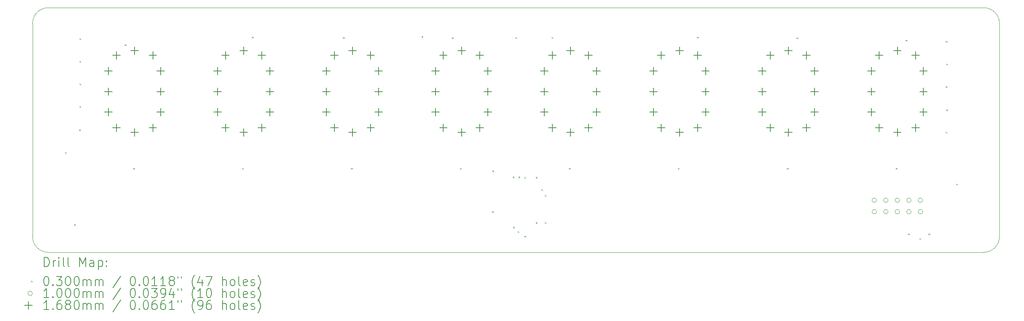
<source format=gbr>
%TF.GenerationSoftware,KiCad,Pcbnew,8.0.3*%
%TF.CreationDate,2024-06-09T23:29:46+12:00*%
%TF.ProjectId,nixie_board,6e697869-655f-4626-9f61-72642e6b6963,0.1.0*%
%TF.SameCoordinates,Original*%
%TF.FileFunction,Drillmap*%
%TF.FilePolarity,Positive*%
%FSLAX45Y45*%
G04 Gerber Fmt 4.5, Leading zero omitted, Abs format (unit mm)*
G04 Created by KiCad (PCBNEW 8.0.3) date 2024-06-09 23:29:46*
%MOMM*%
%LPD*%
G01*
G04 APERTURE LIST*
%ADD10C,0.050000*%
%ADD11C,0.200000*%
%ADD12C,0.100000*%
%ADD13C,0.168000*%
G04 APERTURE END LIST*
D10*
X4650000Y-6500000D02*
X4650000Y-11200000D01*
X25600000Y-6150000D02*
X5000000Y-6150000D01*
X5000000Y-11550000D02*
G75*
G02*
X4650000Y-11200000I0J350000D01*
G01*
X25950000Y-11200000D02*
G75*
G02*
X25600000Y-11550000I-350000J0D01*
G01*
X25600000Y-6150000D02*
G75*
G02*
X25950000Y-6500000I0J-350000D01*
G01*
X25600000Y-11550000D02*
X5000000Y-11550000D01*
X25950000Y-11200000D02*
X25950000Y-6500000D01*
X4650000Y-6500000D02*
G75*
G02*
X5000000Y-6150000I350000J0D01*
G01*
D11*
D12*
X5365000Y-9335000D02*
X5395000Y-9365000D01*
X5395000Y-9335000D02*
X5365000Y-9365000D01*
X5565000Y-10925000D02*
X5595000Y-10955000D01*
X5595000Y-10925000D02*
X5565000Y-10955000D01*
X5675000Y-8835000D02*
X5705000Y-8865000D01*
X5705000Y-8835000D02*
X5675000Y-8865000D01*
X5685000Y-6825000D02*
X5715000Y-6855000D01*
X5715000Y-6825000D02*
X5685000Y-6855000D01*
X5685000Y-7325000D02*
X5715000Y-7355000D01*
X5715000Y-7325000D02*
X5685000Y-7355000D01*
X5685000Y-7825000D02*
X5715000Y-7855000D01*
X5715000Y-7825000D02*
X5685000Y-7855000D01*
X5685000Y-8325000D02*
X5715000Y-8355000D01*
X5715000Y-8325000D02*
X5685000Y-8355000D01*
X6677000Y-6962000D02*
X6707000Y-6992000D01*
X6707000Y-6962000D02*
X6677000Y-6992000D01*
X6865000Y-9685000D02*
X6895000Y-9715000D01*
X6895000Y-9685000D02*
X6865000Y-9715000D01*
X9265000Y-9685000D02*
X9295000Y-9715000D01*
X9295000Y-9685000D02*
X9265000Y-9715000D01*
X9480000Y-6791000D02*
X9510000Y-6821000D01*
X9510000Y-6791000D02*
X9480000Y-6821000D01*
X11488000Y-6800000D02*
X11518000Y-6830000D01*
X11518000Y-6800000D02*
X11488000Y-6830000D01*
X11665000Y-9685000D02*
X11695000Y-9715000D01*
X11695000Y-9685000D02*
X11665000Y-9715000D01*
X13219000Y-6779000D02*
X13249000Y-6809000D01*
X13249000Y-6779000D02*
X13219000Y-6809000D01*
X13887000Y-6805000D02*
X13917000Y-6835000D01*
X13917000Y-6805000D02*
X13887000Y-6835000D01*
X14065000Y-9685000D02*
X14095000Y-9715000D01*
X14095000Y-9685000D02*
X14065000Y-9715000D01*
X14775000Y-10641500D02*
X14805000Y-10671500D01*
X14805000Y-10641500D02*
X14775000Y-10671500D01*
X14776000Y-9742000D02*
X14806000Y-9772000D01*
X14806000Y-9742000D02*
X14776000Y-9772000D01*
X15225000Y-9875000D02*
X15255000Y-9905000D01*
X15255000Y-9875000D02*
X15225000Y-9905000D01*
X15235000Y-10985000D02*
X15265000Y-11015000D01*
X15265000Y-10985000D02*
X15235000Y-11015000D01*
X15285000Y-6798500D02*
X15315000Y-6828500D01*
X15315000Y-6798500D02*
X15285000Y-6828500D01*
X15335000Y-11085000D02*
X15365000Y-11115000D01*
X15365000Y-11085000D02*
X15335000Y-11115000D01*
X15355000Y-9875000D02*
X15385000Y-9905000D01*
X15385000Y-9875000D02*
X15355000Y-9905000D01*
X15485000Y-9885000D02*
X15515000Y-9915000D01*
X15515000Y-9885000D02*
X15485000Y-9915000D01*
X15485000Y-11185000D02*
X15515000Y-11215000D01*
X15515000Y-11185000D02*
X15485000Y-11215000D01*
X15735000Y-9885000D02*
X15765000Y-9915000D01*
X15765000Y-9885000D02*
X15735000Y-9915000D01*
X15735000Y-10885000D02*
X15765000Y-10915000D01*
X15765000Y-10885000D02*
X15735000Y-10915000D01*
X15855000Y-10155000D02*
X15885000Y-10185000D01*
X15885000Y-10155000D02*
X15855000Y-10185000D01*
X15935000Y-10285000D02*
X15965000Y-10315000D01*
X15965000Y-10285000D02*
X15935000Y-10315000D01*
X15935000Y-10885000D02*
X15965000Y-10915000D01*
X15965000Y-10885000D02*
X15935000Y-10915000D01*
X16085000Y-6793000D02*
X16115000Y-6823000D01*
X16115000Y-6793000D02*
X16085000Y-6823000D01*
X16465000Y-9685000D02*
X16495000Y-9715000D01*
X16495000Y-9685000D02*
X16465000Y-9715000D01*
X18865000Y-9685000D02*
X18895000Y-9715000D01*
X18895000Y-9685000D02*
X18865000Y-9715000D01*
X19285000Y-6791000D02*
X19315000Y-6821000D01*
X19315000Y-6791000D02*
X19285000Y-6821000D01*
X21265000Y-9685000D02*
X21295000Y-9715000D01*
X21295000Y-9685000D02*
X21265000Y-9715000D01*
X21481000Y-6806000D02*
X21511000Y-6836000D01*
X21511000Y-6806000D02*
X21481000Y-6836000D01*
X23665000Y-9685000D02*
X23695000Y-9715000D01*
X23695000Y-9685000D02*
X23665000Y-9715000D01*
X23885000Y-6858000D02*
X23915000Y-6888000D01*
X23915000Y-6858000D02*
X23885000Y-6888000D01*
X23935000Y-11135000D02*
X23965000Y-11165000D01*
X23965000Y-11135000D02*
X23935000Y-11165000D01*
X24185000Y-11235000D02*
X24215000Y-11265000D01*
X24215000Y-11235000D02*
X24185000Y-11265000D01*
X24385000Y-11135000D02*
X24415000Y-11165000D01*
X24415000Y-11135000D02*
X24385000Y-11165000D01*
X24765000Y-6885000D02*
X24795000Y-6915000D01*
X24795000Y-6885000D02*
X24765000Y-6915000D01*
X24765000Y-7885000D02*
X24795000Y-7915000D01*
X24795000Y-7885000D02*
X24765000Y-7915000D01*
X24765000Y-8885000D02*
X24795000Y-8915000D01*
X24795000Y-8885000D02*
X24765000Y-8915000D01*
X24775000Y-7385000D02*
X24805000Y-7415000D01*
X24805000Y-7385000D02*
X24775000Y-7415000D01*
X24775000Y-8395000D02*
X24805000Y-8425000D01*
X24805000Y-8395000D02*
X24775000Y-8425000D01*
X24995000Y-10035000D02*
X25025000Y-10065000D01*
X25025000Y-10035000D02*
X24995000Y-10065000D01*
X23242000Y-10400000D02*
G75*
G02*
X23142000Y-10400000I-50000J0D01*
G01*
X23142000Y-10400000D02*
G75*
G02*
X23242000Y-10400000I50000J0D01*
G01*
X23242000Y-10654000D02*
G75*
G02*
X23142000Y-10654000I-50000J0D01*
G01*
X23142000Y-10654000D02*
G75*
G02*
X23242000Y-10654000I50000J0D01*
G01*
X23496000Y-10400000D02*
G75*
G02*
X23396000Y-10400000I-50000J0D01*
G01*
X23396000Y-10400000D02*
G75*
G02*
X23496000Y-10400000I50000J0D01*
G01*
X23496000Y-10654000D02*
G75*
G02*
X23396000Y-10654000I-50000J0D01*
G01*
X23396000Y-10654000D02*
G75*
G02*
X23496000Y-10654000I50000J0D01*
G01*
X23750000Y-10400000D02*
G75*
G02*
X23650000Y-10400000I-50000J0D01*
G01*
X23650000Y-10400000D02*
G75*
G02*
X23750000Y-10400000I50000J0D01*
G01*
X23750000Y-10654000D02*
G75*
G02*
X23650000Y-10654000I-50000J0D01*
G01*
X23650000Y-10654000D02*
G75*
G02*
X23750000Y-10654000I50000J0D01*
G01*
X24004000Y-10400000D02*
G75*
G02*
X23904000Y-10400000I-50000J0D01*
G01*
X23904000Y-10400000D02*
G75*
G02*
X24004000Y-10400000I50000J0D01*
G01*
X24004000Y-10654000D02*
G75*
G02*
X23904000Y-10654000I-50000J0D01*
G01*
X23904000Y-10654000D02*
G75*
G02*
X24004000Y-10654000I50000J0D01*
G01*
X24258000Y-10400000D02*
G75*
G02*
X24158000Y-10400000I-50000J0D01*
G01*
X24158000Y-10400000D02*
G75*
G02*
X24258000Y-10400000I50000J0D01*
G01*
X24258000Y-10654000D02*
G75*
G02*
X24158000Y-10654000I-50000J0D01*
G01*
X24158000Y-10654000D02*
G75*
G02*
X24258000Y-10654000I50000J0D01*
G01*
D13*
X6325000Y-7466000D02*
X6325000Y-7634000D01*
X6241000Y-7550000D02*
X6409000Y-7550000D01*
X6325000Y-7916000D02*
X6325000Y-8084000D01*
X6241000Y-8000000D02*
X6409000Y-8000000D01*
X6325000Y-8366000D02*
X6325000Y-8534000D01*
X6241000Y-8450000D02*
X6409000Y-8450000D01*
X6500000Y-7116000D02*
X6500000Y-7284000D01*
X6416000Y-7200000D02*
X6584000Y-7200000D01*
X6500000Y-8716000D02*
X6500000Y-8884000D01*
X6416000Y-8800000D02*
X6584000Y-8800000D01*
X6900000Y-7016000D02*
X6900000Y-7184000D01*
X6816000Y-7100000D02*
X6984000Y-7100000D01*
X6900000Y-8816000D02*
X6900000Y-8984000D01*
X6816000Y-8900000D02*
X6984000Y-8900000D01*
X7300000Y-7116000D02*
X7300000Y-7284000D01*
X7216000Y-7200000D02*
X7384000Y-7200000D01*
X7300000Y-8716000D02*
X7300000Y-8884000D01*
X7216000Y-8800000D02*
X7384000Y-8800000D01*
X7475000Y-7466000D02*
X7475000Y-7634000D01*
X7391000Y-7550000D02*
X7559000Y-7550000D01*
X7475000Y-7916000D02*
X7475000Y-8084000D01*
X7391000Y-8000000D02*
X7559000Y-8000000D01*
X7475000Y-8366000D02*
X7475000Y-8534000D01*
X7391000Y-8450000D02*
X7559000Y-8450000D01*
X8725000Y-7466000D02*
X8725000Y-7634000D01*
X8641000Y-7550000D02*
X8809000Y-7550000D01*
X8725000Y-7916000D02*
X8725000Y-8084000D01*
X8641000Y-8000000D02*
X8809000Y-8000000D01*
X8725000Y-8366000D02*
X8725000Y-8534000D01*
X8641000Y-8450000D02*
X8809000Y-8450000D01*
X8900000Y-7116000D02*
X8900000Y-7284000D01*
X8816000Y-7200000D02*
X8984000Y-7200000D01*
X8900000Y-8716000D02*
X8900000Y-8884000D01*
X8816000Y-8800000D02*
X8984000Y-8800000D01*
X9300000Y-7016000D02*
X9300000Y-7184000D01*
X9216000Y-7100000D02*
X9384000Y-7100000D01*
X9300000Y-8816000D02*
X9300000Y-8984000D01*
X9216000Y-8900000D02*
X9384000Y-8900000D01*
X9700000Y-7116000D02*
X9700000Y-7284000D01*
X9616000Y-7200000D02*
X9784000Y-7200000D01*
X9700000Y-8716000D02*
X9700000Y-8884000D01*
X9616000Y-8800000D02*
X9784000Y-8800000D01*
X9875000Y-7466000D02*
X9875000Y-7634000D01*
X9791000Y-7550000D02*
X9959000Y-7550000D01*
X9875000Y-7916000D02*
X9875000Y-8084000D01*
X9791000Y-8000000D02*
X9959000Y-8000000D01*
X9875000Y-8366000D02*
X9875000Y-8534000D01*
X9791000Y-8450000D02*
X9959000Y-8450000D01*
X11125000Y-7466000D02*
X11125000Y-7634000D01*
X11041000Y-7550000D02*
X11209000Y-7550000D01*
X11125000Y-7916000D02*
X11125000Y-8084000D01*
X11041000Y-8000000D02*
X11209000Y-8000000D01*
X11125000Y-8366000D02*
X11125000Y-8534000D01*
X11041000Y-8450000D02*
X11209000Y-8450000D01*
X11300000Y-7116000D02*
X11300000Y-7284000D01*
X11216000Y-7200000D02*
X11384000Y-7200000D01*
X11300000Y-8716000D02*
X11300000Y-8884000D01*
X11216000Y-8800000D02*
X11384000Y-8800000D01*
X11700000Y-7016000D02*
X11700000Y-7184000D01*
X11616000Y-7100000D02*
X11784000Y-7100000D01*
X11700000Y-8816000D02*
X11700000Y-8984000D01*
X11616000Y-8900000D02*
X11784000Y-8900000D01*
X12100000Y-7116000D02*
X12100000Y-7284000D01*
X12016000Y-7200000D02*
X12184000Y-7200000D01*
X12100000Y-8716000D02*
X12100000Y-8884000D01*
X12016000Y-8800000D02*
X12184000Y-8800000D01*
X12275000Y-7466000D02*
X12275000Y-7634000D01*
X12191000Y-7550000D02*
X12359000Y-7550000D01*
X12275000Y-7916000D02*
X12275000Y-8084000D01*
X12191000Y-8000000D02*
X12359000Y-8000000D01*
X12275000Y-8366000D02*
X12275000Y-8534000D01*
X12191000Y-8450000D02*
X12359000Y-8450000D01*
X13525000Y-7466000D02*
X13525000Y-7634000D01*
X13441000Y-7550000D02*
X13609000Y-7550000D01*
X13525000Y-7916000D02*
X13525000Y-8084000D01*
X13441000Y-8000000D02*
X13609000Y-8000000D01*
X13525000Y-8366000D02*
X13525000Y-8534000D01*
X13441000Y-8450000D02*
X13609000Y-8450000D01*
X13700000Y-7116000D02*
X13700000Y-7284000D01*
X13616000Y-7200000D02*
X13784000Y-7200000D01*
X13700000Y-8716000D02*
X13700000Y-8884000D01*
X13616000Y-8800000D02*
X13784000Y-8800000D01*
X14100000Y-7016000D02*
X14100000Y-7184000D01*
X14016000Y-7100000D02*
X14184000Y-7100000D01*
X14100000Y-8816000D02*
X14100000Y-8984000D01*
X14016000Y-8900000D02*
X14184000Y-8900000D01*
X14500000Y-7116000D02*
X14500000Y-7284000D01*
X14416000Y-7200000D02*
X14584000Y-7200000D01*
X14500000Y-8716000D02*
X14500000Y-8884000D01*
X14416000Y-8800000D02*
X14584000Y-8800000D01*
X14675000Y-7466000D02*
X14675000Y-7634000D01*
X14591000Y-7550000D02*
X14759000Y-7550000D01*
X14675000Y-7916000D02*
X14675000Y-8084000D01*
X14591000Y-8000000D02*
X14759000Y-8000000D01*
X14675000Y-8366000D02*
X14675000Y-8534000D01*
X14591000Y-8450000D02*
X14759000Y-8450000D01*
X15925000Y-7466000D02*
X15925000Y-7634000D01*
X15841000Y-7550000D02*
X16009000Y-7550000D01*
X15925000Y-7916000D02*
X15925000Y-8084000D01*
X15841000Y-8000000D02*
X16009000Y-8000000D01*
X15925000Y-8366000D02*
X15925000Y-8534000D01*
X15841000Y-8450000D02*
X16009000Y-8450000D01*
X16100000Y-7116000D02*
X16100000Y-7284000D01*
X16016000Y-7200000D02*
X16184000Y-7200000D01*
X16100000Y-8716000D02*
X16100000Y-8884000D01*
X16016000Y-8800000D02*
X16184000Y-8800000D01*
X16500000Y-7016000D02*
X16500000Y-7184000D01*
X16416000Y-7100000D02*
X16584000Y-7100000D01*
X16500000Y-8816000D02*
X16500000Y-8984000D01*
X16416000Y-8900000D02*
X16584000Y-8900000D01*
X16900000Y-7116000D02*
X16900000Y-7284000D01*
X16816000Y-7200000D02*
X16984000Y-7200000D01*
X16900000Y-8716000D02*
X16900000Y-8884000D01*
X16816000Y-8800000D02*
X16984000Y-8800000D01*
X17075000Y-7466000D02*
X17075000Y-7634000D01*
X16991000Y-7550000D02*
X17159000Y-7550000D01*
X17075000Y-7916000D02*
X17075000Y-8084000D01*
X16991000Y-8000000D02*
X17159000Y-8000000D01*
X17075000Y-8366000D02*
X17075000Y-8534000D01*
X16991000Y-8450000D02*
X17159000Y-8450000D01*
X18325000Y-7466000D02*
X18325000Y-7634000D01*
X18241000Y-7550000D02*
X18409000Y-7550000D01*
X18325000Y-7916000D02*
X18325000Y-8084000D01*
X18241000Y-8000000D02*
X18409000Y-8000000D01*
X18325000Y-8366000D02*
X18325000Y-8534000D01*
X18241000Y-8450000D02*
X18409000Y-8450000D01*
X18500000Y-7116000D02*
X18500000Y-7284000D01*
X18416000Y-7200000D02*
X18584000Y-7200000D01*
X18500000Y-8716000D02*
X18500000Y-8884000D01*
X18416000Y-8800000D02*
X18584000Y-8800000D01*
X18900000Y-7016000D02*
X18900000Y-7184000D01*
X18816000Y-7100000D02*
X18984000Y-7100000D01*
X18900000Y-8816000D02*
X18900000Y-8984000D01*
X18816000Y-8900000D02*
X18984000Y-8900000D01*
X19300000Y-7116000D02*
X19300000Y-7284000D01*
X19216000Y-7200000D02*
X19384000Y-7200000D01*
X19300000Y-8716000D02*
X19300000Y-8884000D01*
X19216000Y-8800000D02*
X19384000Y-8800000D01*
X19475000Y-7466000D02*
X19475000Y-7634000D01*
X19391000Y-7550000D02*
X19559000Y-7550000D01*
X19475000Y-7916000D02*
X19475000Y-8084000D01*
X19391000Y-8000000D02*
X19559000Y-8000000D01*
X19475000Y-8366000D02*
X19475000Y-8534000D01*
X19391000Y-8450000D02*
X19559000Y-8450000D01*
X20725000Y-7466000D02*
X20725000Y-7634000D01*
X20641000Y-7550000D02*
X20809000Y-7550000D01*
X20725000Y-7916000D02*
X20725000Y-8084000D01*
X20641000Y-8000000D02*
X20809000Y-8000000D01*
X20725000Y-8366000D02*
X20725000Y-8534000D01*
X20641000Y-8450000D02*
X20809000Y-8450000D01*
X20900000Y-7116000D02*
X20900000Y-7284000D01*
X20816000Y-7200000D02*
X20984000Y-7200000D01*
X20900000Y-8716000D02*
X20900000Y-8884000D01*
X20816000Y-8800000D02*
X20984000Y-8800000D01*
X21300000Y-7016000D02*
X21300000Y-7184000D01*
X21216000Y-7100000D02*
X21384000Y-7100000D01*
X21300000Y-8816000D02*
X21300000Y-8984000D01*
X21216000Y-8900000D02*
X21384000Y-8900000D01*
X21700000Y-7116000D02*
X21700000Y-7284000D01*
X21616000Y-7200000D02*
X21784000Y-7200000D01*
X21700000Y-8716000D02*
X21700000Y-8884000D01*
X21616000Y-8800000D02*
X21784000Y-8800000D01*
X21875000Y-7466000D02*
X21875000Y-7634000D01*
X21791000Y-7550000D02*
X21959000Y-7550000D01*
X21875000Y-7916000D02*
X21875000Y-8084000D01*
X21791000Y-8000000D02*
X21959000Y-8000000D01*
X21875000Y-8366000D02*
X21875000Y-8534000D01*
X21791000Y-8450000D02*
X21959000Y-8450000D01*
X23125000Y-7466000D02*
X23125000Y-7634000D01*
X23041000Y-7550000D02*
X23209000Y-7550000D01*
X23125000Y-7916000D02*
X23125000Y-8084000D01*
X23041000Y-8000000D02*
X23209000Y-8000000D01*
X23125000Y-8366000D02*
X23125000Y-8534000D01*
X23041000Y-8450000D02*
X23209000Y-8450000D01*
X23300000Y-7116000D02*
X23300000Y-7284000D01*
X23216000Y-7200000D02*
X23384000Y-7200000D01*
X23300000Y-8716000D02*
X23300000Y-8884000D01*
X23216000Y-8800000D02*
X23384000Y-8800000D01*
X23700000Y-7016000D02*
X23700000Y-7184000D01*
X23616000Y-7100000D02*
X23784000Y-7100000D01*
X23700000Y-8816000D02*
X23700000Y-8984000D01*
X23616000Y-8900000D02*
X23784000Y-8900000D01*
X24100000Y-7116000D02*
X24100000Y-7284000D01*
X24016000Y-7200000D02*
X24184000Y-7200000D01*
X24100000Y-8716000D02*
X24100000Y-8884000D01*
X24016000Y-8800000D02*
X24184000Y-8800000D01*
X24275000Y-7466000D02*
X24275000Y-7634000D01*
X24191000Y-7550000D02*
X24359000Y-7550000D01*
X24275000Y-7916000D02*
X24275000Y-8084000D01*
X24191000Y-8000000D02*
X24359000Y-8000000D01*
X24275000Y-8366000D02*
X24275000Y-8534000D01*
X24191000Y-8450000D02*
X24359000Y-8450000D01*
D11*
X4908277Y-11863984D02*
X4908277Y-11663984D01*
X4908277Y-11663984D02*
X4955896Y-11663984D01*
X4955896Y-11663984D02*
X4984467Y-11673508D01*
X4984467Y-11673508D02*
X5003515Y-11692555D01*
X5003515Y-11692555D02*
X5013039Y-11711603D01*
X5013039Y-11711603D02*
X5022563Y-11749698D01*
X5022563Y-11749698D02*
X5022563Y-11778269D01*
X5022563Y-11778269D02*
X5013039Y-11816365D01*
X5013039Y-11816365D02*
X5003515Y-11835412D01*
X5003515Y-11835412D02*
X4984467Y-11854460D01*
X4984467Y-11854460D02*
X4955896Y-11863984D01*
X4955896Y-11863984D02*
X4908277Y-11863984D01*
X5108277Y-11863984D02*
X5108277Y-11730650D01*
X5108277Y-11768746D02*
X5117801Y-11749698D01*
X5117801Y-11749698D02*
X5127324Y-11740174D01*
X5127324Y-11740174D02*
X5146372Y-11730650D01*
X5146372Y-11730650D02*
X5165420Y-11730650D01*
X5232086Y-11863984D02*
X5232086Y-11730650D01*
X5232086Y-11663984D02*
X5222563Y-11673508D01*
X5222563Y-11673508D02*
X5232086Y-11683031D01*
X5232086Y-11683031D02*
X5241610Y-11673508D01*
X5241610Y-11673508D02*
X5232086Y-11663984D01*
X5232086Y-11663984D02*
X5232086Y-11683031D01*
X5355896Y-11863984D02*
X5336848Y-11854460D01*
X5336848Y-11854460D02*
X5327324Y-11835412D01*
X5327324Y-11835412D02*
X5327324Y-11663984D01*
X5460658Y-11863984D02*
X5441610Y-11854460D01*
X5441610Y-11854460D02*
X5432086Y-11835412D01*
X5432086Y-11835412D02*
X5432086Y-11663984D01*
X5689229Y-11863984D02*
X5689229Y-11663984D01*
X5689229Y-11663984D02*
X5755896Y-11806841D01*
X5755896Y-11806841D02*
X5822562Y-11663984D01*
X5822562Y-11663984D02*
X5822562Y-11863984D01*
X6003515Y-11863984D02*
X6003515Y-11759222D01*
X6003515Y-11759222D02*
X5993991Y-11740174D01*
X5993991Y-11740174D02*
X5974943Y-11730650D01*
X5974943Y-11730650D02*
X5936848Y-11730650D01*
X5936848Y-11730650D02*
X5917801Y-11740174D01*
X6003515Y-11854460D02*
X5984467Y-11863984D01*
X5984467Y-11863984D02*
X5936848Y-11863984D01*
X5936848Y-11863984D02*
X5917801Y-11854460D01*
X5917801Y-11854460D02*
X5908277Y-11835412D01*
X5908277Y-11835412D02*
X5908277Y-11816365D01*
X5908277Y-11816365D02*
X5917801Y-11797317D01*
X5917801Y-11797317D02*
X5936848Y-11787793D01*
X5936848Y-11787793D02*
X5984467Y-11787793D01*
X5984467Y-11787793D02*
X6003515Y-11778269D01*
X6098753Y-11730650D02*
X6098753Y-11930650D01*
X6098753Y-11740174D02*
X6117801Y-11730650D01*
X6117801Y-11730650D02*
X6155896Y-11730650D01*
X6155896Y-11730650D02*
X6174943Y-11740174D01*
X6174943Y-11740174D02*
X6184467Y-11749698D01*
X6184467Y-11749698D02*
X6193991Y-11768746D01*
X6193991Y-11768746D02*
X6193991Y-11825888D01*
X6193991Y-11825888D02*
X6184467Y-11844936D01*
X6184467Y-11844936D02*
X6174943Y-11854460D01*
X6174943Y-11854460D02*
X6155896Y-11863984D01*
X6155896Y-11863984D02*
X6117801Y-11863984D01*
X6117801Y-11863984D02*
X6098753Y-11854460D01*
X6279705Y-11844936D02*
X6289229Y-11854460D01*
X6289229Y-11854460D02*
X6279705Y-11863984D01*
X6279705Y-11863984D02*
X6270182Y-11854460D01*
X6270182Y-11854460D02*
X6279705Y-11844936D01*
X6279705Y-11844936D02*
X6279705Y-11863984D01*
X6279705Y-11740174D02*
X6289229Y-11749698D01*
X6289229Y-11749698D02*
X6279705Y-11759222D01*
X6279705Y-11759222D02*
X6270182Y-11749698D01*
X6270182Y-11749698D02*
X6279705Y-11740174D01*
X6279705Y-11740174D02*
X6279705Y-11759222D01*
D12*
X4617500Y-12177500D02*
X4647500Y-12207500D01*
X4647500Y-12177500D02*
X4617500Y-12207500D01*
D11*
X4946372Y-12083984D02*
X4965420Y-12083984D01*
X4965420Y-12083984D02*
X4984467Y-12093508D01*
X4984467Y-12093508D02*
X4993991Y-12103031D01*
X4993991Y-12103031D02*
X5003515Y-12122079D01*
X5003515Y-12122079D02*
X5013039Y-12160174D01*
X5013039Y-12160174D02*
X5013039Y-12207793D01*
X5013039Y-12207793D02*
X5003515Y-12245888D01*
X5003515Y-12245888D02*
X4993991Y-12264936D01*
X4993991Y-12264936D02*
X4984467Y-12274460D01*
X4984467Y-12274460D02*
X4965420Y-12283984D01*
X4965420Y-12283984D02*
X4946372Y-12283984D01*
X4946372Y-12283984D02*
X4927324Y-12274460D01*
X4927324Y-12274460D02*
X4917801Y-12264936D01*
X4917801Y-12264936D02*
X4908277Y-12245888D01*
X4908277Y-12245888D02*
X4898753Y-12207793D01*
X4898753Y-12207793D02*
X4898753Y-12160174D01*
X4898753Y-12160174D02*
X4908277Y-12122079D01*
X4908277Y-12122079D02*
X4917801Y-12103031D01*
X4917801Y-12103031D02*
X4927324Y-12093508D01*
X4927324Y-12093508D02*
X4946372Y-12083984D01*
X5098753Y-12264936D02*
X5108277Y-12274460D01*
X5108277Y-12274460D02*
X5098753Y-12283984D01*
X5098753Y-12283984D02*
X5089229Y-12274460D01*
X5089229Y-12274460D02*
X5098753Y-12264936D01*
X5098753Y-12264936D02*
X5098753Y-12283984D01*
X5174944Y-12083984D02*
X5298753Y-12083984D01*
X5298753Y-12083984D02*
X5232086Y-12160174D01*
X5232086Y-12160174D02*
X5260658Y-12160174D01*
X5260658Y-12160174D02*
X5279705Y-12169698D01*
X5279705Y-12169698D02*
X5289229Y-12179222D01*
X5289229Y-12179222D02*
X5298753Y-12198269D01*
X5298753Y-12198269D02*
X5298753Y-12245888D01*
X5298753Y-12245888D02*
X5289229Y-12264936D01*
X5289229Y-12264936D02*
X5279705Y-12274460D01*
X5279705Y-12274460D02*
X5260658Y-12283984D01*
X5260658Y-12283984D02*
X5203515Y-12283984D01*
X5203515Y-12283984D02*
X5184467Y-12274460D01*
X5184467Y-12274460D02*
X5174944Y-12264936D01*
X5422563Y-12083984D02*
X5441610Y-12083984D01*
X5441610Y-12083984D02*
X5460658Y-12093508D01*
X5460658Y-12093508D02*
X5470182Y-12103031D01*
X5470182Y-12103031D02*
X5479705Y-12122079D01*
X5479705Y-12122079D02*
X5489229Y-12160174D01*
X5489229Y-12160174D02*
X5489229Y-12207793D01*
X5489229Y-12207793D02*
X5479705Y-12245888D01*
X5479705Y-12245888D02*
X5470182Y-12264936D01*
X5470182Y-12264936D02*
X5460658Y-12274460D01*
X5460658Y-12274460D02*
X5441610Y-12283984D01*
X5441610Y-12283984D02*
X5422563Y-12283984D01*
X5422563Y-12283984D02*
X5403515Y-12274460D01*
X5403515Y-12274460D02*
X5393991Y-12264936D01*
X5393991Y-12264936D02*
X5384467Y-12245888D01*
X5384467Y-12245888D02*
X5374944Y-12207793D01*
X5374944Y-12207793D02*
X5374944Y-12160174D01*
X5374944Y-12160174D02*
X5384467Y-12122079D01*
X5384467Y-12122079D02*
X5393991Y-12103031D01*
X5393991Y-12103031D02*
X5403515Y-12093508D01*
X5403515Y-12093508D02*
X5422563Y-12083984D01*
X5613039Y-12083984D02*
X5632086Y-12083984D01*
X5632086Y-12083984D02*
X5651134Y-12093508D01*
X5651134Y-12093508D02*
X5660658Y-12103031D01*
X5660658Y-12103031D02*
X5670182Y-12122079D01*
X5670182Y-12122079D02*
X5679705Y-12160174D01*
X5679705Y-12160174D02*
X5679705Y-12207793D01*
X5679705Y-12207793D02*
X5670182Y-12245888D01*
X5670182Y-12245888D02*
X5660658Y-12264936D01*
X5660658Y-12264936D02*
X5651134Y-12274460D01*
X5651134Y-12274460D02*
X5632086Y-12283984D01*
X5632086Y-12283984D02*
X5613039Y-12283984D01*
X5613039Y-12283984D02*
X5593991Y-12274460D01*
X5593991Y-12274460D02*
X5584467Y-12264936D01*
X5584467Y-12264936D02*
X5574944Y-12245888D01*
X5574944Y-12245888D02*
X5565420Y-12207793D01*
X5565420Y-12207793D02*
X5565420Y-12160174D01*
X5565420Y-12160174D02*
X5574944Y-12122079D01*
X5574944Y-12122079D02*
X5584467Y-12103031D01*
X5584467Y-12103031D02*
X5593991Y-12093508D01*
X5593991Y-12093508D02*
X5613039Y-12083984D01*
X5765420Y-12283984D02*
X5765420Y-12150650D01*
X5765420Y-12169698D02*
X5774943Y-12160174D01*
X5774943Y-12160174D02*
X5793991Y-12150650D01*
X5793991Y-12150650D02*
X5822563Y-12150650D01*
X5822563Y-12150650D02*
X5841610Y-12160174D01*
X5841610Y-12160174D02*
X5851134Y-12179222D01*
X5851134Y-12179222D02*
X5851134Y-12283984D01*
X5851134Y-12179222D02*
X5860658Y-12160174D01*
X5860658Y-12160174D02*
X5879705Y-12150650D01*
X5879705Y-12150650D02*
X5908277Y-12150650D01*
X5908277Y-12150650D02*
X5927324Y-12160174D01*
X5927324Y-12160174D02*
X5936848Y-12179222D01*
X5936848Y-12179222D02*
X5936848Y-12283984D01*
X6032086Y-12283984D02*
X6032086Y-12150650D01*
X6032086Y-12169698D02*
X6041610Y-12160174D01*
X6041610Y-12160174D02*
X6060658Y-12150650D01*
X6060658Y-12150650D02*
X6089229Y-12150650D01*
X6089229Y-12150650D02*
X6108277Y-12160174D01*
X6108277Y-12160174D02*
X6117801Y-12179222D01*
X6117801Y-12179222D02*
X6117801Y-12283984D01*
X6117801Y-12179222D02*
X6127324Y-12160174D01*
X6127324Y-12160174D02*
X6146372Y-12150650D01*
X6146372Y-12150650D02*
X6174943Y-12150650D01*
X6174943Y-12150650D02*
X6193991Y-12160174D01*
X6193991Y-12160174D02*
X6203515Y-12179222D01*
X6203515Y-12179222D02*
X6203515Y-12283984D01*
X6593991Y-12074460D02*
X6422563Y-12331603D01*
X6851134Y-12083984D02*
X6870182Y-12083984D01*
X6870182Y-12083984D02*
X6889229Y-12093508D01*
X6889229Y-12093508D02*
X6898753Y-12103031D01*
X6898753Y-12103031D02*
X6908277Y-12122079D01*
X6908277Y-12122079D02*
X6917801Y-12160174D01*
X6917801Y-12160174D02*
X6917801Y-12207793D01*
X6917801Y-12207793D02*
X6908277Y-12245888D01*
X6908277Y-12245888D02*
X6898753Y-12264936D01*
X6898753Y-12264936D02*
X6889229Y-12274460D01*
X6889229Y-12274460D02*
X6870182Y-12283984D01*
X6870182Y-12283984D02*
X6851134Y-12283984D01*
X6851134Y-12283984D02*
X6832086Y-12274460D01*
X6832086Y-12274460D02*
X6822563Y-12264936D01*
X6822563Y-12264936D02*
X6813039Y-12245888D01*
X6813039Y-12245888D02*
X6803515Y-12207793D01*
X6803515Y-12207793D02*
X6803515Y-12160174D01*
X6803515Y-12160174D02*
X6813039Y-12122079D01*
X6813039Y-12122079D02*
X6822563Y-12103031D01*
X6822563Y-12103031D02*
X6832086Y-12093508D01*
X6832086Y-12093508D02*
X6851134Y-12083984D01*
X7003515Y-12264936D02*
X7013039Y-12274460D01*
X7013039Y-12274460D02*
X7003515Y-12283984D01*
X7003515Y-12283984D02*
X6993991Y-12274460D01*
X6993991Y-12274460D02*
X7003515Y-12264936D01*
X7003515Y-12264936D02*
X7003515Y-12283984D01*
X7136848Y-12083984D02*
X7155896Y-12083984D01*
X7155896Y-12083984D02*
X7174944Y-12093508D01*
X7174944Y-12093508D02*
X7184467Y-12103031D01*
X7184467Y-12103031D02*
X7193991Y-12122079D01*
X7193991Y-12122079D02*
X7203515Y-12160174D01*
X7203515Y-12160174D02*
X7203515Y-12207793D01*
X7203515Y-12207793D02*
X7193991Y-12245888D01*
X7193991Y-12245888D02*
X7184467Y-12264936D01*
X7184467Y-12264936D02*
X7174944Y-12274460D01*
X7174944Y-12274460D02*
X7155896Y-12283984D01*
X7155896Y-12283984D02*
X7136848Y-12283984D01*
X7136848Y-12283984D02*
X7117801Y-12274460D01*
X7117801Y-12274460D02*
X7108277Y-12264936D01*
X7108277Y-12264936D02*
X7098753Y-12245888D01*
X7098753Y-12245888D02*
X7089229Y-12207793D01*
X7089229Y-12207793D02*
X7089229Y-12160174D01*
X7089229Y-12160174D02*
X7098753Y-12122079D01*
X7098753Y-12122079D02*
X7108277Y-12103031D01*
X7108277Y-12103031D02*
X7117801Y-12093508D01*
X7117801Y-12093508D02*
X7136848Y-12083984D01*
X7393991Y-12283984D02*
X7279706Y-12283984D01*
X7336848Y-12283984D02*
X7336848Y-12083984D01*
X7336848Y-12083984D02*
X7317801Y-12112555D01*
X7317801Y-12112555D02*
X7298753Y-12131603D01*
X7298753Y-12131603D02*
X7279706Y-12141127D01*
X7584467Y-12283984D02*
X7470182Y-12283984D01*
X7527325Y-12283984D02*
X7527325Y-12083984D01*
X7527325Y-12083984D02*
X7508277Y-12112555D01*
X7508277Y-12112555D02*
X7489229Y-12131603D01*
X7489229Y-12131603D02*
X7470182Y-12141127D01*
X7698753Y-12169698D02*
X7679706Y-12160174D01*
X7679706Y-12160174D02*
X7670182Y-12150650D01*
X7670182Y-12150650D02*
X7660658Y-12131603D01*
X7660658Y-12131603D02*
X7660658Y-12122079D01*
X7660658Y-12122079D02*
X7670182Y-12103031D01*
X7670182Y-12103031D02*
X7679706Y-12093508D01*
X7679706Y-12093508D02*
X7698753Y-12083984D01*
X7698753Y-12083984D02*
X7736848Y-12083984D01*
X7736848Y-12083984D02*
X7755896Y-12093508D01*
X7755896Y-12093508D02*
X7765420Y-12103031D01*
X7765420Y-12103031D02*
X7774944Y-12122079D01*
X7774944Y-12122079D02*
X7774944Y-12131603D01*
X7774944Y-12131603D02*
X7765420Y-12150650D01*
X7765420Y-12150650D02*
X7755896Y-12160174D01*
X7755896Y-12160174D02*
X7736848Y-12169698D01*
X7736848Y-12169698D02*
X7698753Y-12169698D01*
X7698753Y-12169698D02*
X7679706Y-12179222D01*
X7679706Y-12179222D02*
X7670182Y-12188746D01*
X7670182Y-12188746D02*
X7660658Y-12207793D01*
X7660658Y-12207793D02*
X7660658Y-12245888D01*
X7660658Y-12245888D02*
X7670182Y-12264936D01*
X7670182Y-12264936D02*
X7679706Y-12274460D01*
X7679706Y-12274460D02*
X7698753Y-12283984D01*
X7698753Y-12283984D02*
X7736848Y-12283984D01*
X7736848Y-12283984D02*
X7755896Y-12274460D01*
X7755896Y-12274460D02*
X7765420Y-12264936D01*
X7765420Y-12264936D02*
X7774944Y-12245888D01*
X7774944Y-12245888D02*
X7774944Y-12207793D01*
X7774944Y-12207793D02*
X7765420Y-12188746D01*
X7765420Y-12188746D02*
X7755896Y-12179222D01*
X7755896Y-12179222D02*
X7736848Y-12169698D01*
X7851134Y-12083984D02*
X7851134Y-12122079D01*
X7927325Y-12083984D02*
X7927325Y-12122079D01*
X8222563Y-12360174D02*
X8213039Y-12350650D01*
X8213039Y-12350650D02*
X8193991Y-12322079D01*
X8193991Y-12322079D02*
X8184468Y-12303031D01*
X8184468Y-12303031D02*
X8174944Y-12274460D01*
X8174944Y-12274460D02*
X8165420Y-12226841D01*
X8165420Y-12226841D02*
X8165420Y-12188746D01*
X8165420Y-12188746D02*
X8174944Y-12141127D01*
X8174944Y-12141127D02*
X8184468Y-12112555D01*
X8184468Y-12112555D02*
X8193991Y-12093508D01*
X8193991Y-12093508D02*
X8213039Y-12064936D01*
X8213039Y-12064936D02*
X8222563Y-12055412D01*
X8384468Y-12150650D02*
X8384468Y-12283984D01*
X8336848Y-12074460D02*
X8289229Y-12217317D01*
X8289229Y-12217317D02*
X8413039Y-12217317D01*
X8470182Y-12083984D02*
X8603515Y-12083984D01*
X8603515Y-12083984D02*
X8517801Y-12283984D01*
X8832087Y-12283984D02*
X8832087Y-12083984D01*
X8917801Y-12283984D02*
X8917801Y-12179222D01*
X8917801Y-12179222D02*
X8908277Y-12160174D01*
X8908277Y-12160174D02*
X8889230Y-12150650D01*
X8889230Y-12150650D02*
X8860658Y-12150650D01*
X8860658Y-12150650D02*
X8841611Y-12160174D01*
X8841611Y-12160174D02*
X8832087Y-12169698D01*
X9041611Y-12283984D02*
X9022563Y-12274460D01*
X9022563Y-12274460D02*
X9013039Y-12264936D01*
X9013039Y-12264936D02*
X9003515Y-12245888D01*
X9003515Y-12245888D02*
X9003515Y-12188746D01*
X9003515Y-12188746D02*
X9013039Y-12169698D01*
X9013039Y-12169698D02*
X9022563Y-12160174D01*
X9022563Y-12160174D02*
X9041611Y-12150650D01*
X9041611Y-12150650D02*
X9070182Y-12150650D01*
X9070182Y-12150650D02*
X9089230Y-12160174D01*
X9089230Y-12160174D02*
X9098753Y-12169698D01*
X9098753Y-12169698D02*
X9108277Y-12188746D01*
X9108277Y-12188746D02*
X9108277Y-12245888D01*
X9108277Y-12245888D02*
X9098753Y-12264936D01*
X9098753Y-12264936D02*
X9089230Y-12274460D01*
X9089230Y-12274460D02*
X9070182Y-12283984D01*
X9070182Y-12283984D02*
X9041611Y-12283984D01*
X9222563Y-12283984D02*
X9203515Y-12274460D01*
X9203515Y-12274460D02*
X9193992Y-12255412D01*
X9193992Y-12255412D02*
X9193992Y-12083984D01*
X9374944Y-12274460D02*
X9355896Y-12283984D01*
X9355896Y-12283984D02*
X9317801Y-12283984D01*
X9317801Y-12283984D02*
X9298753Y-12274460D01*
X9298753Y-12274460D02*
X9289230Y-12255412D01*
X9289230Y-12255412D02*
X9289230Y-12179222D01*
X9289230Y-12179222D02*
X9298753Y-12160174D01*
X9298753Y-12160174D02*
X9317801Y-12150650D01*
X9317801Y-12150650D02*
X9355896Y-12150650D01*
X9355896Y-12150650D02*
X9374944Y-12160174D01*
X9374944Y-12160174D02*
X9384468Y-12179222D01*
X9384468Y-12179222D02*
X9384468Y-12198269D01*
X9384468Y-12198269D02*
X9289230Y-12217317D01*
X9460658Y-12274460D02*
X9479706Y-12283984D01*
X9479706Y-12283984D02*
X9517801Y-12283984D01*
X9517801Y-12283984D02*
X9536849Y-12274460D01*
X9536849Y-12274460D02*
X9546373Y-12255412D01*
X9546373Y-12255412D02*
X9546373Y-12245888D01*
X9546373Y-12245888D02*
X9536849Y-12226841D01*
X9536849Y-12226841D02*
X9517801Y-12217317D01*
X9517801Y-12217317D02*
X9489230Y-12217317D01*
X9489230Y-12217317D02*
X9470182Y-12207793D01*
X9470182Y-12207793D02*
X9460658Y-12188746D01*
X9460658Y-12188746D02*
X9460658Y-12179222D01*
X9460658Y-12179222D02*
X9470182Y-12160174D01*
X9470182Y-12160174D02*
X9489230Y-12150650D01*
X9489230Y-12150650D02*
X9517801Y-12150650D01*
X9517801Y-12150650D02*
X9536849Y-12160174D01*
X9613039Y-12360174D02*
X9622563Y-12350650D01*
X9622563Y-12350650D02*
X9641611Y-12322079D01*
X9641611Y-12322079D02*
X9651134Y-12303031D01*
X9651134Y-12303031D02*
X9660658Y-12274460D01*
X9660658Y-12274460D02*
X9670182Y-12226841D01*
X9670182Y-12226841D02*
X9670182Y-12188746D01*
X9670182Y-12188746D02*
X9660658Y-12141127D01*
X9660658Y-12141127D02*
X9651134Y-12112555D01*
X9651134Y-12112555D02*
X9641611Y-12093508D01*
X9641611Y-12093508D02*
X9622563Y-12064936D01*
X9622563Y-12064936D02*
X9613039Y-12055412D01*
D12*
X4647500Y-12456500D02*
G75*
G02*
X4547500Y-12456500I-50000J0D01*
G01*
X4547500Y-12456500D02*
G75*
G02*
X4647500Y-12456500I50000J0D01*
G01*
D11*
X5013039Y-12547984D02*
X4898753Y-12547984D01*
X4955896Y-12547984D02*
X4955896Y-12347984D01*
X4955896Y-12347984D02*
X4936848Y-12376555D01*
X4936848Y-12376555D02*
X4917801Y-12395603D01*
X4917801Y-12395603D02*
X4898753Y-12405127D01*
X5098753Y-12528936D02*
X5108277Y-12538460D01*
X5108277Y-12538460D02*
X5098753Y-12547984D01*
X5098753Y-12547984D02*
X5089229Y-12538460D01*
X5089229Y-12538460D02*
X5098753Y-12528936D01*
X5098753Y-12528936D02*
X5098753Y-12547984D01*
X5232086Y-12347984D02*
X5251134Y-12347984D01*
X5251134Y-12347984D02*
X5270182Y-12357508D01*
X5270182Y-12357508D02*
X5279705Y-12367031D01*
X5279705Y-12367031D02*
X5289229Y-12386079D01*
X5289229Y-12386079D02*
X5298753Y-12424174D01*
X5298753Y-12424174D02*
X5298753Y-12471793D01*
X5298753Y-12471793D02*
X5289229Y-12509888D01*
X5289229Y-12509888D02*
X5279705Y-12528936D01*
X5279705Y-12528936D02*
X5270182Y-12538460D01*
X5270182Y-12538460D02*
X5251134Y-12547984D01*
X5251134Y-12547984D02*
X5232086Y-12547984D01*
X5232086Y-12547984D02*
X5213039Y-12538460D01*
X5213039Y-12538460D02*
X5203515Y-12528936D01*
X5203515Y-12528936D02*
X5193991Y-12509888D01*
X5193991Y-12509888D02*
X5184467Y-12471793D01*
X5184467Y-12471793D02*
X5184467Y-12424174D01*
X5184467Y-12424174D02*
X5193991Y-12386079D01*
X5193991Y-12386079D02*
X5203515Y-12367031D01*
X5203515Y-12367031D02*
X5213039Y-12357508D01*
X5213039Y-12357508D02*
X5232086Y-12347984D01*
X5422563Y-12347984D02*
X5441610Y-12347984D01*
X5441610Y-12347984D02*
X5460658Y-12357508D01*
X5460658Y-12357508D02*
X5470182Y-12367031D01*
X5470182Y-12367031D02*
X5479705Y-12386079D01*
X5479705Y-12386079D02*
X5489229Y-12424174D01*
X5489229Y-12424174D02*
X5489229Y-12471793D01*
X5489229Y-12471793D02*
X5479705Y-12509888D01*
X5479705Y-12509888D02*
X5470182Y-12528936D01*
X5470182Y-12528936D02*
X5460658Y-12538460D01*
X5460658Y-12538460D02*
X5441610Y-12547984D01*
X5441610Y-12547984D02*
X5422563Y-12547984D01*
X5422563Y-12547984D02*
X5403515Y-12538460D01*
X5403515Y-12538460D02*
X5393991Y-12528936D01*
X5393991Y-12528936D02*
X5384467Y-12509888D01*
X5384467Y-12509888D02*
X5374944Y-12471793D01*
X5374944Y-12471793D02*
X5374944Y-12424174D01*
X5374944Y-12424174D02*
X5384467Y-12386079D01*
X5384467Y-12386079D02*
X5393991Y-12367031D01*
X5393991Y-12367031D02*
X5403515Y-12357508D01*
X5403515Y-12357508D02*
X5422563Y-12347984D01*
X5613039Y-12347984D02*
X5632086Y-12347984D01*
X5632086Y-12347984D02*
X5651134Y-12357508D01*
X5651134Y-12357508D02*
X5660658Y-12367031D01*
X5660658Y-12367031D02*
X5670182Y-12386079D01*
X5670182Y-12386079D02*
X5679705Y-12424174D01*
X5679705Y-12424174D02*
X5679705Y-12471793D01*
X5679705Y-12471793D02*
X5670182Y-12509888D01*
X5670182Y-12509888D02*
X5660658Y-12528936D01*
X5660658Y-12528936D02*
X5651134Y-12538460D01*
X5651134Y-12538460D02*
X5632086Y-12547984D01*
X5632086Y-12547984D02*
X5613039Y-12547984D01*
X5613039Y-12547984D02*
X5593991Y-12538460D01*
X5593991Y-12538460D02*
X5584467Y-12528936D01*
X5584467Y-12528936D02*
X5574944Y-12509888D01*
X5574944Y-12509888D02*
X5565420Y-12471793D01*
X5565420Y-12471793D02*
X5565420Y-12424174D01*
X5565420Y-12424174D02*
X5574944Y-12386079D01*
X5574944Y-12386079D02*
X5584467Y-12367031D01*
X5584467Y-12367031D02*
X5593991Y-12357508D01*
X5593991Y-12357508D02*
X5613039Y-12347984D01*
X5765420Y-12547984D02*
X5765420Y-12414650D01*
X5765420Y-12433698D02*
X5774943Y-12424174D01*
X5774943Y-12424174D02*
X5793991Y-12414650D01*
X5793991Y-12414650D02*
X5822563Y-12414650D01*
X5822563Y-12414650D02*
X5841610Y-12424174D01*
X5841610Y-12424174D02*
X5851134Y-12443222D01*
X5851134Y-12443222D02*
X5851134Y-12547984D01*
X5851134Y-12443222D02*
X5860658Y-12424174D01*
X5860658Y-12424174D02*
X5879705Y-12414650D01*
X5879705Y-12414650D02*
X5908277Y-12414650D01*
X5908277Y-12414650D02*
X5927324Y-12424174D01*
X5927324Y-12424174D02*
X5936848Y-12443222D01*
X5936848Y-12443222D02*
X5936848Y-12547984D01*
X6032086Y-12547984D02*
X6032086Y-12414650D01*
X6032086Y-12433698D02*
X6041610Y-12424174D01*
X6041610Y-12424174D02*
X6060658Y-12414650D01*
X6060658Y-12414650D02*
X6089229Y-12414650D01*
X6089229Y-12414650D02*
X6108277Y-12424174D01*
X6108277Y-12424174D02*
X6117801Y-12443222D01*
X6117801Y-12443222D02*
X6117801Y-12547984D01*
X6117801Y-12443222D02*
X6127324Y-12424174D01*
X6127324Y-12424174D02*
X6146372Y-12414650D01*
X6146372Y-12414650D02*
X6174943Y-12414650D01*
X6174943Y-12414650D02*
X6193991Y-12424174D01*
X6193991Y-12424174D02*
X6203515Y-12443222D01*
X6203515Y-12443222D02*
X6203515Y-12547984D01*
X6593991Y-12338460D02*
X6422563Y-12595603D01*
X6851134Y-12347984D02*
X6870182Y-12347984D01*
X6870182Y-12347984D02*
X6889229Y-12357508D01*
X6889229Y-12357508D02*
X6898753Y-12367031D01*
X6898753Y-12367031D02*
X6908277Y-12386079D01*
X6908277Y-12386079D02*
X6917801Y-12424174D01*
X6917801Y-12424174D02*
X6917801Y-12471793D01*
X6917801Y-12471793D02*
X6908277Y-12509888D01*
X6908277Y-12509888D02*
X6898753Y-12528936D01*
X6898753Y-12528936D02*
X6889229Y-12538460D01*
X6889229Y-12538460D02*
X6870182Y-12547984D01*
X6870182Y-12547984D02*
X6851134Y-12547984D01*
X6851134Y-12547984D02*
X6832086Y-12538460D01*
X6832086Y-12538460D02*
X6822563Y-12528936D01*
X6822563Y-12528936D02*
X6813039Y-12509888D01*
X6813039Y-12509888D02*
X6803515Y-12471793D01*
X6803515Y-12471793D02*
X6803515Y-12424174D01*
X6803515Y-12424174D02*
X6813039Y-12386079D01*
X6813039Y-12386079D02*
X6822563Y-12367031D01*
X6822563Y-12367031D02*
X6832086Y-12357508D01*
X6832086Y-12357508D02*
X6851134Y-12347984D01*
X7003515Y-12528936D02*
X7013039Y-12538460D01*
X7013039Y-12538460D02*
X7003515Y-12547984D01*
X7003515Y-12547984D02*
X6993991Y-12538460D01*
X6993991Y-12538460D02*
X7003515Y-12528936D01*
X7003515Y-12528936D02*
X7003515Y-12547984D01*
X7136848Y-12347984D02*
X7155896Y-12347984D01*
X7155896Y-12347984D02*
X7174944Y-12357508D01*
X7174944Y-12357508D02*
X7184467Y-12367031D01*
X7184467Y-12367031D02*
X7193991Y-12386079D01*
X7193991Y-12386079D02*
X7203515Y-12424174D01*
X7203515Y-12424174D02*
X7203515Y-12471793D01*
X7203515Y-12471793D02*
X7193991Y-12509888D01*
X7193991Y-12509888D02*
X7184467Y-12528936D01*
X7184467Y-12528936D02*
X7174944Y-12538460D01*
X7174944Y-12538460D02*
X7155896Y-12547984D01*
X7155896Y-12547984D02*
X7136848Y-12547984D01*
X7136848Y-12547984D02*
X7117801Y-12538460D01*
X7117801Y-12538460D02*
X7108277Y-12528936D01*
X7108277Y-12528936D02*
X7098753Y-12509888D01*
X7098753Y-12509888D02*
X7089229Y-12471793D01*
X7089229Y-12471793D02*
X7089229Y-12424174D01*
X7089229Y-12424174D02*
X7098753Y-12386079D01*
X7098753Y-12386079D02*
X7108277Y-12367031D01*
X7108277Y-12367031D02*
X7117801Y-12357508D01*
X7117801Y-12357508D02*
X7136848Y-12347984D01*
X7270182Y-12347984D02*
X7393991Y-12347984D01*
X7393991Y-12347984D02*
X7327325Y-12424174D01*
X7327325Y-12424174D02*
X7355896Y-12424174D01*
X7355896Y-12424174D02*
X7374944Y-12433698D01*
X7374944Y-12433698D02*
X7384467Y-12443222D01*
X7384467Y-12443222D02*
X7393991Y-12462269D01*
X7393991Y-12462269D02*
X7393991Y-12509888D01*
X7393991Y-12509888D02*
X7384467Y-12528936D01*
X7384467Y-12528936D02*
X7374944Y-12538460D01*
X7374944Y-12538460D02*
X7355896Y-12547984D01*
X7355896Y-12547984D02*
X7298753Y-12547984D01*
X7298753Y-12547984D02*
X7279706Y-12538460D01*
X7279706Y-12538460D02*
X7270182Y-12528936D01*
X7489229Y-12547984D02*
X7527325Y-12547984D01*
X7527325Y-12547984D02*
X7546372Y-12538460D01*
X7546372Y-12538460D02*
X7555896Y-12528936D01*
X7555896Y-12528936D02*
X7574944Y-12500365D01*
X7574944Y-12500365D02*
X7584467Y-12462269D01*
X7584467Y-12462269D02*
X7584467Y-12386079D01*
X7584467Y-12386079D02*
X7574944Y-12367031D01*
X7574944Y-12367031D02*
X7565420Y-12357508D01*
X7565420Y-12357508D02*
X7546372Y-12347984D01*
X7546372Y-12347984D02*
X7508277Y-12347984D01*
X7508277Y-12347984D02*
X7489229Y-12357508D01*
X7489229Y-12357508D02*
X7479706Y-12367031D01*
X7479706Y-12367031D02*
X7470182Y-12386079D01*
X7470182Y-12386079D02*
X7470182Y-12433698D01*
X7470182Y-12433698D02*
X7479706Y-12452746D01*
X7479706Y-12452746D02*
X7489229Y-12462269D01*
X7489229Y-12462269D02*
X7508277Y-12471793D01*
X7508277Y-12471793D02*
X7546372Y-12471793D01*
X7546372Y-12471793D02*
X7565420Y-12462269D01*
X7565420Y-12462269D02*
X7574944Y-12452746D01*
X7574944Y-12452746D02*
X7584467Y-12433698D01*
X7755896Y-12414650D02*
X7755896Y-12547984D01*
X7708277Y-12338460D02*
X7660658Y-12481317D01*
X7660658Y-12481317D02*
X7784467Y-12481317D01*
X7851134Y-12347984D02*
X7851134Y-12386079D01*
X7927325Y-12347984D02*
X7927325Y-12386079D01*
X8222563Y-12624174D02*
X8213039Y-12614650D01*
X8213039Y-12614650D02*
X8193991Y-12586079D01*
X8193991Y-12586079D02*
X8184468Y-12567031D01*
X8184468Y-12567031D02*
X8174944Y-12538460D01*
X8174944Y-12538460D02*
X8165420Y-12490841D01*
X8165420Y-12490841D02*
X8165420Y-12452746D01*
X8165420Y-12452746D02*
X8174944Y-12405127D01*
X8174944Y-12405127D02*
X8184468Y-12376555D01*
X8184468Y-12376555D02*
X8193991Y-12357508D01*
X8193991Y-12357508D02*
X8213039Y-12328936D01*
X8213039Y-12328936D02*
X8222563Y-12319412D01*
X8403515Y-12547984D02*
X8289229Y-12547984D01*
X8346372Y-12547984D02*
X8346372Y-12347984D01*
X8346372Y-12347984D02*
X8327325Y-12376555D01*
X8327325Y-12376555D02*
X8308277Y-12395603D01*
X8308277Y-12395603D02*
X8289229Y-12405127D01*
X8527325Y-12347984D02*
X8546372Y-12347984D01*
X8546372Y-12347984D02*
X8565420Y-12357508D01*
X8565420Y-12357508D02*
X8574944Y-12367031D01*
X8574944Y-12367031D02*
X8584468Y-12386079D01*
X8584468Y-12386079D02*
X8593991Y-12424174D01*
X8593991Y-12424174D02*
X8593991Y-12471793D01*
X8593991Y-12471793D02*
X8584468Y-12509888D01*
X8584468Y-12509888D02*
X8574944Y-12528936D01*
X8574944Y-12528936D02*
X8565420Y-12538460D01*
X8565420Y-12538460D02*
X8546372Y-12547984D01*
X8546372Y-12547984D02*
X8527325Y-12547984D01*
X8527325Y-12547984D02*
X8508277Y-12538460D01*
X8508277Y-12538460D02*
X8498753Y-12528936D01*
X8498753Y-12528936D02*
X8489230Y-12509888D01*
X8489230Y-12509888D02*
X8479706Y-12471793D01*
X8479706Y-12471793D02*
X8479706Y-12424174D01*
X8479706Y-12424174D02*
X8489230Y-12386079D01*
X8489230Y-12386079D02*
X8498753Y-12367031D01*
X8498753Y-12367031D02*
X8508277Y-12357508D01*
X8508277Y-12357508D02*
X8527325Y-12347984D01*
X8832087Y-12547984D02*
X8832087Y-12347984D01*
X8917801Y-12547984D02*
X8917801Y-12443222D01*
X8917801Y-12443222D02*
X8908277Y-12424174D01*
X8908277Y-12424174D02*
X8889230Y-12414650D01*
X8889230Y-12414650D02*
X8860658Y-12414650D01*
X8860658Y-12414650D02*
X8841611Y-12424174D01*
X8841611Y-12424174D02*
X8832087Y-12433698D01*
X9041611Y-12547984D02*
X9022563Y-12538460D01*
X9022563Y-12538460D02*
X9013039Y-12528936D01*
X9013039Y-12528936D02*
X9003515Y-12509888D01*
X9003515Y-12509888D02*
X9003515Y-12452746D01*
X9003515Y-12452746D02*
X9013039Y-12433698D01*
X9013039Y-12433698D02*
X9022563Y-12424174D01*
X9022563Y-12424174D02*
X9041611Y-12414650D01*
X9041611Y-12414650D02*
X9070182Y-12414650D01*
X9070182Y-12414650D02*
X9089230Y-12424174D01*
X9089230Y-12424174D02*
X9098753Y-12433698D01*
X9098753Y-12433698D02*
X9108277Y-12452746D01*
X9108277Y-12452746D02*
X9108277Y-12509888D01*
X9108277Y-12509888D02*
X9098753Y-12528936D01*
X9098753Y-12528936D02*
X9089230Y-12538460D01*
X9089230Y-12538460D02*
X9070182Y-12547984D01*
X9070182Y-12547984D02*
X9041611Y-12547984D01*
X9222563Y-12547984D02*
X9203515Y-12538460D01*
X9203515Y-12538460D02*
X9193992Y-12519412D01*
X9193992Y-12519412D02*
X9193992Y-12347984D01*
X9374944Y-12538460D02*
X9355896Y-12547984D01*
X9355896Y-12547984D02*
X9317801Y-12547984D01*
X9317801Y-12547984D02*
X9298753Y-12538460D01*
X9298753Y-12538460D02*
X9289230Y-12519412D01*
X9289230Y-12519412D02*
X9289230Y-12443222D01*
X9289230Y-12443222D02*
X9298753Y-12424174D01*
X9298753Y-12424174D02*
X9317801Y-12414650D01*
X9317801Y-12414650D02*
X9355896Y-12414650D01*
X9355896Y-12414650D02*
X9374944Y-12424174D01*
X9374944Y-12424174D02*
X9384468Y-12443222D01*
X9384468Y-12443222D02*
X9384468Y-12462269D01*
X9384468Y-12462269D02*
X9289230Y-12481317D01*
X9460658Y-12538460D02*
X9479706Y-12547984D01*
X9479706Y-12547984D02*
X9517801Y-12547984D01*
X9517801Y-12547984D02*
X9536849Y-12538460D01*
X9536849Y-12538460D02*
X9546373Y-12519412D01*
X9546373Y-12519412D02*
X9546373Y-12509888D01*
X9546373Y-12509888D02*
X9536849Y-12490841D01*
X9536849Y-12490841D02*
X9517801Y-12481317D01*
X9517801Y-12481317D02*
X9489230Y-12481317D01*
X9489230Y-12481317D02*
X9470182Y-12471793D01*
X9470182Y-12471793D02*
X9460658Y-12452746D01*
X9460658Y-12452746D02*
X9460658Y-12443222D01*
X9460658Y-12443222D02*
X9470182Y-12424174D01*
X9470182Y-12424174D02*
X9489230Y-12414650D01*
X9489230Y-12414650D02*
X9517801Y-12414650D01*
X9517801Y-12414650D02*
X9536849Y-12424174D01*
X9613039Y-12624174D02*
X9622563Y-12614650D01*
X9622563Y-12614650D02*
X9641611Y-12586079D01*
X9641611Y-12586079D02*
X9651134Y-12567031D01*
X9651134Y-12567031D02*
X9660658Y-12538460D01*
X9660658Y-12538460D02*
X9670182Y-12490841D01*
X9670182Y-12490841D02*
X9670182Y-12452746D01*
X9670182Y-12452746D02*
X9660658Y-12405127D01*
X9660658Y-12405127D02*
X9651134Y-12376555D01*
X9651134Y-12376555D02*
X9641611Y-12357508D01*
X9641611Y-12357508D02*
X9622563Y-12328936D01*
X9622563Y-12328936D02*
X9613039Y-12319412D01*
D13*
X4563500Y-12636500D02*
X4563500Y-12804500D01*
X4479500Y-12720500D02*
X4647500Y-12720500D01*
D11*
X5013039Y-12811984D02*
X4898753Y-12811984D01*
X4955896Y-12811984D02*
X4955896Y-12611984D01*
X4955896Y-12611984D02*
X4936848Y-12640555D01*
X4936848Y-12640555D02*
X4917801Y-12659603D01*
X4917801Y-12659603D02*
X4898753Y-12669127D01*
X5098753Y-12792936D02*
X5108277Y-12802460D01*
X5108277Y-12802460D02*
X5098753Y-12811984D01*
X5098753Y-12811984D02*
X5089229Y-12802460D01*
X5089229Y-12802460D02*
X5098753Y-12792936D01*
X5098753Y-12792936D02*
X5098753Y-12811984D01*
X5279705Y-12611984D02*
X5241610Y-12611984D01*
X5241610Y-12611984D02*
X5222563Y-12621508D01*
X5222563Y-12621508D02*
X5213039Y-12631031D01*
X5213039Y-12631031D02*
X5193991Y-12659603D01*
X5193991Y-12659603D02*
X5184467Y-12697698D01*
X5184467Y-12697698D02*
X5184467Y-12773888D01*
X5184467Y-12773888D02*
X5193991Y-12792936D01*
X5193991Y-12792936D02*
X5203515Y-12802460D01*
X5203515Y-12802460D02*
X5222563Y-12811984D01*
X5222563Y-12811984D02*
X5260658Y-12811984D01*
X5260658Y-12811984D02*
X5279705Y-12802460D01*
X5279705Y-12802460D02*
X5289229Y-12792936D01*
X5289229Y-12792936D02*
X5298753Y-12773888D01*
X5298753Y-12773888D02*
X5298753Y-12726269D01*
X5298753Y-12726269D02*
X5289229Y-12707222D01*
X5289229Y-12707222D02*
X5279705Y-12697698D01*
X5279705Y-12697698D02*
X5260658Y-12688174D01*
X5260658Y-12688174D02*
X5222563Y-12688174D01*
X5222563Y-12688174D02*
X5203515Y-12697698D01*
X5203515Y-12697698D02*
X5193991Y-12707222D01*
X5193991Y-12707222D02*
X5184467Y-12726269D01*
X5413039Y-12697698D02*
X5393991Y-12688174D01*
X5393991Y-12688174D02*
X5384467Y-12678650D01*
X5384467Y-12678650D02*
X5374944Y-12659603D01*
X5374944Y-12659603D02*
X5374944Y-12650079D01*
X5374944Y-12650079D02*
X5384467Y-12631031D01*
X5384467Y-12631031D02*
X5393991Y-12621508D01*
X5393991Y-12621508D02*
X5413039Y-12611984D01*
X5413039Y-12611984D02*
X5451134Y-12611984D01*
X5451134Y-12611984D02*
X5470182Y-12621508D01*
X5470182Y-12621508D02*
X5479705Y-12631031D01*
X5479705Y-12631031D02*
X5489229Y-12650079D01*
X5489229Y-12650079D02*
X5489229Y-12659603D01*
X5489229Y-12659603D02*
X5479705Y-12678650D01*
X5479705Y-12678650D02*
X5470182Y-12688174D01*
X5470182Y-12688174D02*
X5451134Y-12697698D01*
X5451134Y-12697698D02*
X5413039Y-12697698D01*
X5413039Y-12697698D02*
X5393991Y-12707222D01*
X5393991Y-12707222D02*
X5384467Y-12716746D01*
X5384467Y-12716746D02*
X5374944Y-12735793D01*
X5374944Y-12735793D02*
X5374944Y-12773888D01*
X5374944Y-12773888D02*
X5384467Y-12792936D01*
X5384467Y-12792936D02*
X5393991Y-12802460D01*
X5393991Y-12802460D02*
X5413039Y-12811984D01*
X5413039Y-12811984D02*
X5451134Y-12811984D01*
X5451134Y-12811984D02*
X5470182Y-12802460D01*
X5470182Y-12802460D02*
X5479705Y-12792936D01*
X5479705Y-12792936D02*
X5489229Y-12773888D01*
X5489229Y-12773888D02*
X5489229Y-12735793D01*
X5489229Y-12735793D02*
X5479705Y-12716746D01*
X5479705Y-12716746D02*
X5470182Y-12707222D01*
X5470182Y-12707222D02*
X5451134Y-12697698D01*
X5613039Y-12611984D02*
X5632086Y-12611984D01*
X5632086Y-12611984D02*
X5651134Y-12621508D01*
X5651134Y-12621508D02*
X5660658Y-12631031D01*
X5660658Y-12631031D02*
X5670182Y-12650079D01*
X5670182Y-12650079D02*
X5679705Y-12688174D01*
X5679705Y-12688174D02*
X5679705Y-12735793D01*
X5679705Y-12735793D02*
X5670182Y-12773888D01*
X5670182Y-12773888D02*
X5660658Y-12792936D01*
X5660658Y-12792936D02*
X5651134Y-12802460D01*
X5651134Y-12802460D02*
X5632086Y-12811984D01*
X5632086Y-12811984D02*
X5613039Y-12811984D01*
X5613039Y-12811984D02*
X5593991Y-12802460D01*
X5593991Y-12802460D02*
X5584467Y-12792936D01*
X5584467Y-12792936D02*
X5574944Y-12773888D01*
X5574944Y-12773888D02*
X5565420Y-12735793D01*
X5565420Y-12735793D02*
X5565420Y-12688174D01*
X5565420Y-12688174D02*
X5574944Y-12650079D01*
X5574944Y-12650079D02*
X5584467Y-12631031D01*
X5584467Y-12631031D02*
X5593991Y-12621508D01*
X5593991Y-12621508D02*
X5613039Y-12611984D01*
X5765420Y-12811984D02*
X5765420Y-12678650D01*
X5765420Y-12697698D02*
X5774943Y-12688174D01*
X5774943Y-12688174D02*
X5793991Y-12678650D01*
X5793991Y-12678650D02*
X5822563Y-12678650D01*
X5822563Y-12678650D02*
X5841610Y-12688174D01*
X5841610Y-12688174D02*
X5851134Y-12707222D01*
X5851134Y-12707222D02*
X5851134Y-12811984D01*
X5851134Y-12707222D02*
X5860658Y-12688174D01*
X5860658Y-12688174D02*
X5879705Y-12678650D01*
X5879705Y-12678650D02*
X5908277Y-12678650D01*
X5908277Y-12678650D02*
X5927324Y-12688174D01*
X5927324Y-12688174D02*
X5936848Y-12707222D01*
X5936848Y-12707222D02*
X5936848Y-12811984D01*
X6032086Y-12811984D02*
X6032086Y-12678650D01*
X6032086Y-12697698D02*
X6041610Y-12688174D01*
X6041610Y-12688174D02*
X6060658Y-12678650D01*
X6060658Y-12678650D02*
X6089229Y-12678650D01*
X6089229Y-12678650D02*
X6108277Y-12688174D01*
X6108277Y-12688174D02*
X6117801Y-12707222D01*
X6117801Y-12707222D02*
X6117801Y-12811984D01*
X6117801Y-12707222D02*
X6127324Y-12688174D01*
X6127324Y-12688174D02*
X6146372Y-12678650D01*
X6146372Y-12678650D02*
X6174943Y-12678650D01*
X6174943Y-12678650D02*
X6193991Y-12688174D01*
X6193991Y-12688174D02*
X6203515Y-12707222D01*
X6203515Y-12707222D02*
X6203515Y-12811984D01*
X6593991Y-12602460D02*
X6422563Y-12859603D01*
X6851134Y-12611984D02*
X6870182Y-12611984D01*
X6870182Y-12611984D02*
X6889229Y-12621508D01*
X6889229Y-12621508D02*
X6898753Y-12631031D01*
X6898753Y-12631031D02*
X6908277Y-12650079D01*
X6908277Y-12650079D02*
X6917801Y-12688174D01*
X6917801Y-12688174D02*
X6917801Y-12735793D01*
X6917801Y-12735793D02*
X6908277Y-12773888D01*
X6908277Y-12773888D02*
X6898753Y-12792936D01*
X6898753Y-12792936D02*
X6889229Y-12802460D01*
X6889229Y-12802460D02*
X6870182Y-12811984D01*
X6870182Y-12811984D02*
X6851134Y-12811984D01*
X6851134Y-12811984D02*
X6832086Y-12802460D01*
X6832086Y-12802460D02*
X6822563Y-12792936D01*
X6822563Y-12792936D02*
X6813039Y-12773888D01*
X6813039Y-12773888D02*
X6803515Y-12735793D01*
X6803515Y-12735793D02*
X6803515Y-12688174D01*
X6803515Y-12688174D02*
X6813039Y-12650079D01*
X6813039Y-12650079D02*
X6822563Y-12631031D01*
X6822563Y-12631031D02*
X6832086Y-12621508D01*
X6832086Y-12621508D02*
X6851134Y-12611984D01*
X7003515Y-12792936D02*
X7013039Y-12802460D01*
X7013039Y-12802460D02*
X7003515Y-12811984D01*
X7003515Y-12811984D02*
X6993991Y-12802460D01*
X6993991Y-12802460D02*
X7003515Y-12792936D01*
X7003515Y-12792936D02*
X7003515Y-12811984D01*
X7136848Y-12611984D02*
X7155896Y-12611984D01*
X7155896Y-12611984D02*
X7174944Y-12621508D01*
X7174944Y-12621508D02*
X7184467Y-12631031D01*
X7184467Y-12631031D02*
X7193991Y-12650079D01*
X7193991Y-12650079D02*
X7203515Y-12688174D01*
X7203515Y-12688174D02*
X7203515Y-12735793D01*
X7203515Y-12735793D02*
X7193991Y-12773888D01*
X7193991Y-12773888D02*
X7184467Y-12792936D01*
X7184467Y-12792936D02*
X7174944Y-12802460D01*
X7174944Y-12802460D02*
X7155896Y-12811984D01*
X7155896Y-12811984D02*
X7136848Y-12811984D01*
X7136848Y-12811984D02*
X7117801Y-12802460D01*
X7117801Y-12802460D02*
X7108277Y-12792936D01*
X7108277Y-12792936D02*
X7098753Y-12773888D01*
X7098753Y-12773888D02*
X7089229Y-12735793D01*
X7089229Y-12735793D02*
X7089229Y-12688174D01*
X7089229Y-12688174D02*
X7098753Y-12650079D01*
X7098753Y-12650079D02*
X7108277Y-12631031D01*
X7108277Y-12631031D02*
X7117801Y-12621508D01*
X7117801Y-12621508D02*
X7136848Y-12611984D01*
X7374944Y-12611984D02*
X7336848Y-12611984D01*
X7336848Y-12611984D02*
X7317801Y-12621508D01*
X7317801Y-12621508D02*
X7308277Y-12631031D01*
X7308277Y-12631031D02*
X7289229Y-12659603D01*
X7289229Y-12659603D02*
X7279706Y-12697698D01*
X7279706Y-12697698D02*
X7279706Y-12773888D01*
X7279706Y-12773888D02*
X7289229Y-12792936D01*
X7289229Y-12792936D02*
X7298753Y-12802460D01*
X7298753Y-12802460D02*
X7317801Y-12811984D01*
X7317801Y-12811984D02*
X7355896Y-12811984D01*
X7355896Y-12811984D02*
X7374944Y-12802460D01*
X7374944Y-12802460D02*
X7384467Y-12792936D01*
X7384467Y-12792936D02*
X7393991Y-12773888D01*
X7393991Y-12773888D02*
X7393991Y-12726269D01*
X7393991Y-12726269D02*
X7384467Y-12707222D01*
X7384467Y-12707222D02*
X7374944Y-12697698D01*
X7374944Y-12697698D02*
X7355896Y-12688174D01*
X7355896Y-12688174D02*
X7317801Y-12688174D01*
X7317801Y-12688174D02*
X7298753Y-12697698D01*
X7298753Y-12697698D02*
X7289229Y-12707222D01*
X7289229Y-12707222D02*
X7279706Y-12726269D01*
X7565420Y-12611984D02*
X7527325Y-12611984D01*
X7527325Y-12611984D02*
X7508277Y-12621508D01*
X7508277Y-12621508D02*
X7498753Y-12631031D01*
X7498753Y-12631031D02*
X7479706Y-12659603D01*
X7479706Y-12659603D02*
X7470182Y-12697698D01*
X7470182Y-12697698D02*
X7470182Y-12773888D01*
X7470182Y-12773888D02*
X7479706Y-12792936D01*
X7479706Y-12792936D02*
X7489229Y-12802460D01*
X7489229Y-12802460D02*
X7508277Y-12811984D01*
X7508277Y-12811984D02*
X7546372Y-12811984D01*
X7546372Y-12811984D02*
X7565420Y-12802460D01*
X7565420Y-12802460D02*
X7574944Y-12792936D01*
X7574944Y-12792936D02*
X7584467Y-12773888D01*
X7584467Y-12773888D02*
X7584467Y-12726269D01*
X7584467Y-12726269D02*
X7574944Y-12707222D01*
X7574944Y-12707222D02*
X7565420Y-12697698D01*
X7565420Y-12697698D02*
X7546372Y-12688174D01*
X7546372Y-12688174D02*
X7508277Y-12688174D01*
X7508277Y-12688174D02*
X7489229Y-12697698D01*
X7489229Y-12697698D02*
X7479706Y-12707222D01*
X7479706Y-12707222D02*
X7470182Y-12726269D01*
X7774944Y-12811984D02*
X7660658Y-12811984D01*
X7717801Y-12811984D02*
X7717801Y-12611984D01*
X7717801Y-12611984D02*
X7698753Y-12640555D01*
X7698753Y-12640555D02*
X7679706Y-12659603D01*
X7679706Y-12659603D02*
X7660658Y-12669127D01*
X7851134Y-12611984D02*
X7851134Y-12650079D01*
X7927325Y-12611984D02*
X7927325Y-12650079D01*
X8222563Y-12888174D02*
X8213039Y-12878650D01*
X8213039Y-12878650D02*
X8193991Y-12850079D01*
X8193991Y-12850079D02*
X8184468Y-12831031D01*
X8184468Y-12831031D02*
X8174944Y-12802460D01*
X8174944Y-12802460D02*
X8165420Y-12754841D01*
X8165420Y-12754841D02*
X8165420Y-12716746D01*
X8165420Y-12716746D02*
X8174944Y-12669127D01*
X8174944Y-12669127D02*
X8184468Y-12640555D01*
X8184468Y-12640555D02*
X8193991Y-12621508D01*
X8193991Y-12621508D02*
X8213039Y-12592936D01*
X8213039Y-12592936D02*
X8222563Y-12583412D01*
X8308277Y-12811984D02*
X8346372Y-12811984D01*
X8346372Y-12811984D02*
X8365420Y-12802460D01*
X8365420Y-12802460D02*
X8374944Y-12792936D01*
X8374944Y-12792936D02*
X8393991Y-12764365D01*
X8393991Y-12764365D02*
X8403515Y-12726269D01*
X8403515Y-12726269D02*
X8403515Y-12650079D01*
X8403515Y-12650079D02*
X8393991Y-12631031D01*
X8393991Y-12631031D02*
X8384468Y-12621508D01*
X8384468Y-12621508D02*
X8365420Y-12611984D01*
X8365420Y-12611984D02*
X8327325Y-12611984D01*
X8327325Y-12611984D02*
X8308277Y-12621508D01*
X8308277Y-12621508D02*
X8298753Y-12631031D01*
X8298753Y-12631031D02*
X8289229Y-12650079D01*
X8289229Y-12650079D02*
X8289229Y-12697698D01*
X8289229Y-12697698D02*
X8298753Y-12716746D01*
X8298753Y-12716746D02*
X8308277Y-12726269D01*
X8308277Y-12726269D02*
X8327325Y-12735793D01*
X8327325Y-12735793D02*
X8365420Y-12735793D01*
X8365420Y-12735793D02*
X8384468Y-12726269D01*
X8384468Y-12726269D02*
X8393991Y-12716746D01*
X8393991Y-12716746D02*
X8403515Y-12697698D01*
X8574944Y-12611984D02*
X8536849Y-12611984D01*
X8536849Y-12611984D02*
X8517801Y-12621508D01*
X8517801Y-12621508D02*
X8508277Y-12631031D01*
X8508277Y-12631031D02*
X8489230Y-12659603D01*
X8489230Y-12659603D02*
X8479706Y-12697698D01*
X8479706Y-12697698D02*
X8479706Y-12773888D01*
X8479706Y-12773888D02*
X8489230Y-12792936D01*
X8489230Y-12792936D02*
X8498753Y-12802460D01*
X8498753Y-12802460D02*
X8517801Y-12811984D01*
X8517801Y-12811984D02*
X8555896Y-12811984D01*
X8555896Y-12811984D02*
X8574944Y-12802460D01*
X8574944Y-12802460D02*
X8584468Y-12792936D01*
X8584468Y-12792936D02*
X8593991Y-12773888D01*
X8593991Y-12773888D02*
X8593991Y-12726269D01*
X8593991Y-12726269D02*
X8584468Y-12707222D01*
X8584468Y-12707222D02*
X8574944Y-12697698D01*
X8574944Y-12697698D02*
X8555896Y-12688174D01*
X8555896Y-12688174D02*
X8517801Y-12688174D01*
X8517801Y-12688174D02*
X8498753Y-12697698D01*
X8498753Y-12697698D02*
X8489230Y-12707222D01*
X8489230Y-12707222D02*
X8479706Y-12726269D01*
X8832087Y-12811984D02*
X8832087Y-12611984D01*
X8917801Y-12811984D02*
X8917801Y-12707222D01*
X8917801Y-12707222D02*
X8908277Y-12688174D01*
X8908277Y-12688174D02*
X8889230Y-12678650D01*
X8889230Y-12678650D02*
X8860658Y-12678650D01*
X8860658Y-12678650D02*
X8841611Y-12688174D01*
X8841611Y-12688174D02*
X8832087Y-12697698D01*
X9041611Y-12811984D02*
X9022563Y-12802460D01*
X9022563Y-12802460D02*
X9013039Y-12792936D01*
X9013039Y-12792936D02*
X9003515Y-12773888D01*
X9003515Y-12773888D02*
X9003515Y-12716746D01*
X9003515Y-12716746D02*
X9013039Y-12697698D01*
X9013039Y-12697698D02*
X9022563Y-12688174D01*
X9022563Y-12688174D02*
X9041611Y-12678650D01*
X9041611Y-12678650D02*
X9070182Y-12678650D01*
X9070182Y-12678650D02*
X9089230Y-12688174D01*
X9089230Y-12688174D02*
X9098753Y-12697698D01*
X9098753Y-12697698D02*
X9108277Y-12716746D01*
X9108277Y-12716746D02*
X9108277Y-12773888D01*
X9108277Y-12773888D02*
X9098753Y-12792936D01*
X9098753Y-12792936D02*
X9089230Y-12802460D01*
X9089230Y-12802460D02*
X9070182Y-12811984D01*
X9070182Y-12811984D02*
X9041611Y-12811984D01*
X9222563Y-12811984D02*
X9203515Y-12802460D01*
X9203515Y-12802460D02*
X9193992Y-12783412D01*
X9193992Y-12783412D02*
X9193992Y-12611984D01*
X9374944Y-12802460D02*
X9355896Y-12811984D01*
X9355896Y-12811984D02*
X9317801Y-12811984D01*
X9317801Y-12811984D02*
X9298753Y-12802460D01*
X9298753Y-12802460D02*
X9289230Y-12783412D01*
X9289230Y-12783412D02*
X9289230Y-12707222D01*
X9289230Y-12707222D02*
X9298753Y-12688174D01*
X9298753Y-12688174D02*
X9317801Y-12678650D01*
X9317801Y-12678650D02*
X9355896Y-12678650D01*
X9355896Y-12678650D02*
X9374944Y-12688174D01*
X9374944Y-12688174D02*
X9384468Y-12707222D01*
X9384468Y-12707222D02*
X9384468Y-12726269D01*
X9384468Y-12726269D02*
X9289230Y-12745317D01*
X9460658Y-12802460D02*
X9479706Y-12811984D01*
X9479706Y-12811984D02*
X9517801Y-12811984D01*
X9517801Y-12811984D02*
X9536849Y-12802460D01*
X9536849Y-12802460D02*
X9546373Y-12783412D01*
X9546373Y-12783412D02*
X9546373Y-12773888D01*
X9546373Y-12773888D02*
X9536849Y-12754841D01*
X9536849Y-12754841D02*
X9517801Y-12745317D01*
X9517801Y-12745317D02*
X9489230Y-12745317D01*
X9489230Y-12745317D02*
X9470182Y-12735793D01*
X9470182Y-12735793D02*
X9460658Y-12716746D01*
X9460658Y-12716746D02*
X9460658Y-12707222D01*
X9460658Y-12707222D02*
X9470182Y-12688174D01*
X9470182Y-12688174D02*
X9489230Y-12678650D01*
X9489230Y-12678650D02*
X9517801Y-12678650D01*
X9517801Y-12678650D02*
X9536849Y-12688174D01*
X9613039Y-12888174D02*
X9622563Y-12878650D01*
X9622563Y-12878650D02*
X9641611Y-12850079D01*
X9641611Y-12850079D02*
X9651134Y-12831031D01*
X9651134Y-12831031D02*
X9660658Y-12802460D01*
X9660658Y-12802460D02*
X9670182Y-12754841D01*
X9670182Y-12754841D02*
X9670182Y-12716746D01*
X9670182Y-12716746D02*
X9660658Y-12669127D01*
X9660658Y-12669127D02*
X9651134Y-12640555D01*
X9651134Y-12640555D02*
X9641611Y-12621508D01*
X9641611Y-12621508D02*
X9622563Y-12592936D01*
X9622563Y-12592936D02*
X9613039Y-12583412D01*
M02*

</source>
